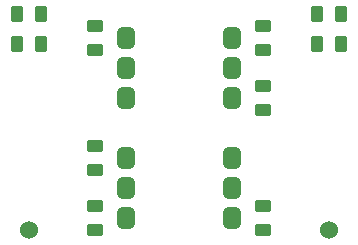
<source format=gtp>
G04 Layer_Color=8421504*
%FSLAX25Y25*%
%MOIN*%
G70*
G01*
G75*
G04:AMPARAMS|DCode=10|XSize=39.37mil|YSize=51.18mil|CornerRadius=4.92mil|HoleSize=0mil|Usage=FLASHONLY|Rotation=90.000|XOffset=0mil|YOffset=0mil|HoleType=Round|Shape=RoundedRectangle|*
%AMROUNDEDRECTD10*
21,1,0.03937,0.04134,0,0,90.0*
21,1,0.02953,0.05118,0,0,90.0*
1,1,0.00984,0.02067,0.01476*
1,1,0.00984,0.02067,-0.01476*
1,1,0.00984,-0.02067,-0.01476*
1,1,0.00984,-0.02067,0.01476*
%
%ADD10ROUNDEDRECTD10*%
G04:AMPARAMS|DCode=11|XSize=39.37mil|YSize=51.18mil|CornerRadius=4.92mil|HoleSize=0mil|Usage=FLASHONLY|Rotation=0.000|XOffset=0mil|YOffset=0mil|HoleType=Round|Shape=RoundedRectangle|*
%AMROUNDEDRECTD11*
21,1,0.03937,0.04134,0,0,0.0*
21,1,0.02953,0.05118,0,0,0.0*
1,1,0.00984,0.01476,-0.02067*
1,1,0.00984,-0.01476,-0.02067*
1,1,0.00984,-0.01476,0.02067*
1,1,0.00984,0.01476,0.02067*
%
%ADD11ROUNDEDRECTD11*%
%ADD12C,0.06000*%
G04:AMPARAMS|DCode=13|XSize=70.08mil|YSize=59.84mil|CornerRadius=14.96mil|HoleSize=0mil|Usage=FLASHONLY|Rotation=90.000|XOffset=0mil|YOffset=0mil|HoleType=Round|Shape=RoundedRectangle|*
%AMROUNDEDRECTD13*
21,1,0.07008,0.02992,0,0,90.0*
21,1,0.04016,0.05984,0,0,90.0*
1,1,0.02992,0.01496,0.02008*
1,1,0.02992,0.01496,-0.02008*
1,1,0.02992,-0.01496,-0.02008*
1,1,0.02992,-0.01496,0.02008*
%
%ADD13ROUNDEDRECTD13*%
D10*
X88000Y11063D02*
D03*
Y18937D02*
D03*
Y58937D02*
D03*
Y51063D02*
D03*
Y78937D02*
D03*
Y71063D02*
D03*
X32000Y11063D02*
D03*
Y18937D02*
D03*
Y71063D02*
D03*
Y78937D02*
D03*
Y31063D02*
D03*
Y38937D02*
D03*
D11*
X106063Y83000D02*
D03*
X113937D02*
D03*
Y73000D02*
D03*
X106063D02*
D03*
X13937Y83000D02*
D03*
X6063D02*
D03*
Y73000D02*
D03*
X13937D02*
D03*
D12*
X110000Y11000D02*
D03*
X10000D02*
D03*
D13*
X77736Y35000D02*
D03*
X42264Y25000D02*
D03*
X77736Y15000D02*
D03*
X42264D02*
D03*
X77736Y25000D02*
D03*
X42264Y35000D02*
D03*
Y55000D02*
D03*
X77736Y65000D02*
D03*
X42264Y75000D02*
D03*
X77736D02*
D03*
X42264Y65000D02*
D03*
X77736Y55000D02*
D03*
M02*

</source>
